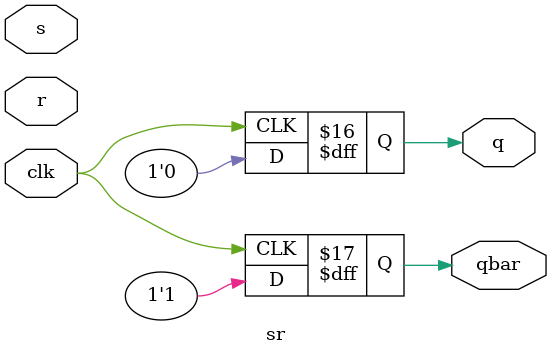
<source format=v>
`timescale 1ns / 1ps

module JK_using_SR(
input j,k,clk,
output q,qbar
    );
    wire w1,w2;
    and a1(w1,j,qbar);
    and a2(w2,k,q);
   sr ff(w1,w2,clk,q,qbar);
endmodule

module sr(
input s,r,clk,
output reg q,qbar);

  always@(posedge clk)
  begin
    q=1'b0; qbar=1'b1;
     if(clk==1) begin
        if(s==0 && r==0) begin
         q<=q; qbar<=qbar;
        end
        else if(s==0 && r==1) begin
         q<=1'b0; qbar<=1'b1;
        end
        else if(s==1 && r==0) begin
         q<=1'b1; qbar<=1'b0;
        end
        else if(s==1 && r==1) begin
         q<=1'bx; qbar<=1'bx;
        end
     end
     if(clk==0) begin
     q=q; qbar=qbar ;
     end
  end   
endmodule
</source>
